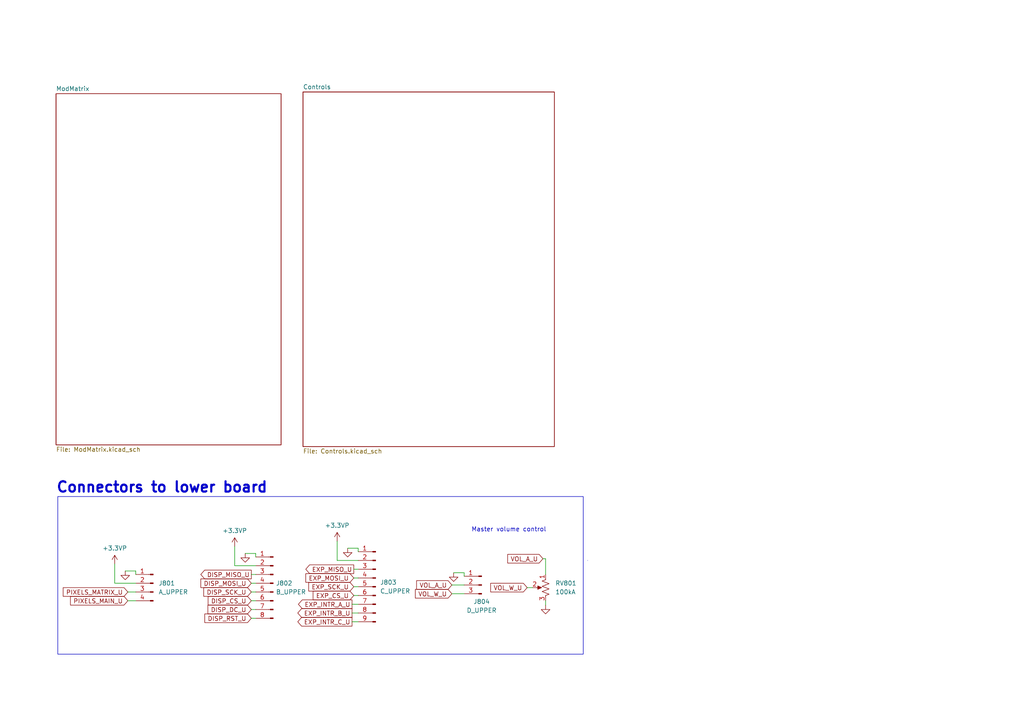
<source format=kicad_sch>
(kicad_sch (version 20231120) (generator "eeschema") (generator_version "8.0")
  (paper "A4")
  (lib_symbols
    (symbol "Connector:Conn_01x03_Pin" (pin_names (offset 1.016) hide)
      (property "Reference" "J" (at 0 5.08 0))
      (property "Value" "Conn_01x03_Pin" (at 0 -5.08 0))
      (symbol "Conn_01x03_Pin_1_1"
        (polyline (pts (xy 1.27 -2.54) (xy 0.8636 -2.54)) (stroke (width 0.1524)))
        (polyline (pts (xy 1.27 0) (xy 0.8636 0)) (stroke (width 0.1524)))
        (polyline (pts (xy 1.27 2.54) (xy 0.8636 2.54)) (stroke (width 0.1524)))
        (rectangle (start 0.8636 -2.413) (end 0 -2.667) (stroke (width 0.1524)) (fill (type outline)))
        (rectangle (start 0.8636 0.127) (end 0 -0.127) (stroke (width 0.1524)) (fill (type outline)))
        (rectangle (start 0.8636 2.667) (end 0 2.413) (stroke (width 0.1524)) (fill (type outline)))
        (pin passive line (at 5.08 2.54 180) (length 3.81) (name "Pin_1") (number "1"))
        (pin passive line (at 5.08 0 180) (length 3.81) (name "Pin_2") (number "2"))
        (pin passive line (at 5.08 -2.54 180) (length 3.81) (name "Pin_3") (number "3"))
      )
    )
    (symbol "Connector:Conn_01x04_Pin" (pin_names (offset 1.016) hide)
      (property "Reference" "J" (at 0 5.08 0))
      (property "Value" "Conn_01x04_Pin" (at 0 -7.62 0))
      (symbol "Conn_01x04_Pin_1_1"
        (polyline (pts (xy 1.27 -5.08) (xy 0.8636 -5.08)) (stroke (width 0.1524)))
        (polyline (pts (xy 1.27 -2.54) (xy 0.8636 -2.54)) (stroke (width 0.1524)))
        (polyline (pts (xy 1.27 0) (xy 0.8636 0)) (stroke (width 0.1524)))
        (polyline (pts (xy 1.27 2.54) (xy 0.8636 2.54)) (stroke (width 0.1524)))
        (rectangle (start 0.8636 -4.953) (end 0 -5.207) (stroke (width 0.1524)) (fill (type outline)))
        (rectangle (start 0.8636 -2.413) (end 0 -2.667) (stroke (width 0.1524)) (fill (type outline)))
        (rectangle (start 0.8636 0.127) (end 0 -0.127) (stroke (width 0.1524)) (fill (type outline)))
        (rectangle (start 0.8636 2.667) (end 0 2.413) (stroke (width 0.1524)) (fill (type outline)))
        (pin passive line (at 5.08 2.54 180) (length 3.81) (name "Pin_1") (number "1"))
        (pin passive line (at 5.08 0 180) (length 3.81) (name "Pin_2") (number "2"))
        (pin passive line (at 5.08 -2.54 180) (length 3.81) (name "Pin_3") (number "3"))
        (pin passive line (at 5.08 -5.08 180) (length 3.81) (name "Pin_4") (number "4"))
      )
    )
    (symbol "Connector:Conn_01x08_Pin" (pin_names (offset 1.016) hide)
      (property "Reference" "J" (at 0 10.16 0))
      (property "Value" "Conn_01x08_Pin" (at 0 -12.7 0))
      (symbol "Conn_01x08_Pin_1_1"
        (polyline (pts (xy 1.27 -10.16) (xy 0.8636 -10.16)) (stroke (width 0.1524)))
        (polyline (pts (xy 1.27 -7.62) (xy 0.8636 -7.62)) (stroke (width 0.1524)))
        (polyline (pts (xy 1.27 -5.08) (xy 0.8636 -5.08)) (stroke (width 0.1524)))
        (polyline (pts (xy 1.27 -2.54) (xy 0.8636 -2.54)) (stroke (width 0.1524)))
        (polyline (pts (xy 1.27 0) (xy 0.8636 0)) (stroke (width 0.1524)))
        (polyline (pts (xy 1.27 2.54) (xy 0.8636 2.54)) (stroke (width 0.1524)))
        (polyline (pts (xy 1.27 5.08) (xy 0.8636 5.08)) (stroke (width 0.1524)))
        (polyline (pts (xy 1.27 7.62) (xy 0.8636 7.62)) (stroke (width 0.1524)))
        (rectangle (start 0.8636 -10.033) (end 0 -10.287) (stroke (width 0.1524)) (fill (type outline)))
        (rectangle (start 0.8636 -7.493) (end 0 -7.747) (stroke (width 0.1524)) (fill (type outline)))
        (rectangle (start 0.8636 -4.953) (end 0 -5.207) (stroke (width 0.1524)) (fill (type outline)))
        (rectangle (start 0.8636 -2.413) (end 0 -2.667) (stroke (width 0.1524)) (fill (type outline)))
        (rectangle (start 0.8636 0.127) (end 0 -0.127) (stroke (width 0.1524)) (fill (type outline)))
        (rectangle (start 0.8636 2.667) (end 0 2.413) (stroke (width 0.1524)) (fill (type outline)))
        (rectangle (start 0.8636 5.207) (end 0 4.953) (stroke (width 0.1524)) (fill (type outline)))
        (rectangle (start 0.8636 7.747) (end 0 7.493) (stroke (width 0.1524)) (fill (type outline)))
        (pin passive line (at 5.08 7.62 180) (length 3.81) (name "Pin_1") (number "1"))
        (pin passive line (at 5.08 5.08 180) (length 3.81) (name "Pin_2") (number "2"))
        (pin passive line (at 5.08 2.54 180) (length 3.81) (name "Pin_3") (number "3"))
        (pin passive line (at 5.08 0 180) (length 3.81) (name "Pin_4") (number "4"))
        (pin passive line (at 5.08 -2.54 180) (length 3.81) (name "Pin_5") (number "5"))
        (pin passive line (at 5.08 -5.08 180) (length 3.81) (name "Pin_6") (number "6"))
        (pin passive line (at 5.08 -7.62 180) (length 3.81) (name "Pin_7") (number "7"))
        (pin passive line (at 5.08 -10.16 180) (length 3.81) (name "Pin_8") (number "8"))
      )
    )
    (symbol "Connector:Conn_01x09_Pin" (pin_names (offset 1.016) hide)
      (property "Reference" "J" (at 0 12.7 0))
      (property "Value" "Conn_01x09_Pin" (at 0 -12.7 0))
      (symbol "Conn_01x09_Pin_1_1"
        (polyline (pts (xy 1.27 -10.16) (xy 0.8636 -10.16)) (stroke (width 0.1524)))
        (polyline (pts (xy 1.27 -7.62) (xy 0.8636 -7.62)) (stroke (width 0.1524)))
        (polyline (pts (xy 1.27 -5.08) (xy 0.8636 -5.08)) (stroke (width 0.1524)))
        (polyline (pts (xy 1.27 -2.54) (xy 0.8636 -2.54)) (stroke (width 0.1524)))
        (polyline (pts (xy 1.27 0) (xy 0.8636 0)) (stroke (width 0.1524)))
        (polyline (pts (xy 1.27 2.54) (xy 0.8636 2.54)) (stroke (width 0.1524)))
        (polyline (pts (xy 1.27 5.08) (xy 0.8636 5.08)) (stroke (width 0.1524)))
        (polyline (pts (xy 1.27 7.62) (xy 0.8636 7.62)) (stroke (width 0.1524)))
        (polyline (pts (xy 1.27 10.16) (xy 0.8636 10.16)) (stroke (width 0.1524)))
        (rectangle (start 0.8636 -10.033) (end 0 -10.287) (stroke (width 0.1524)) (fill (type outline)))
        (rectangle (start 0.8636 -7.493) (end 0 -7.747) (stroke (width 0.1524)) (fill (type outline)))
        (rectangle (start 0.8636 -4.953) (end 0 -5.207) (stroke (width 0.1524)) (fill (type outline)))
        (rectangle (start 0.8636 -2.413) (end 0 -2.667) (stroke (width 0.1524)) (fill (type outline)))
        (rectangle (start 0.8636 0.127) (end 0 -0.127) (stroke (width 0.1524)) (fill (type outline)))
        (rectangle (start 0.8636 2.667) (end 0 2.413) (stroke (width 0.1524)) (fill (type outline)))
        (rectangle (start 0.8636 5.207) (end 0 4.953) (stroke (width 0.1524)) (fill (type outline)))
        (rectangle (start 0.8636 7.747) (end 0 7.493) (stroke (width 0.1524)) (fill (type outline)))
        (rectangle (start 0.8636 10.287) (end 0 10.033) (stroke (width 0.1524)) (fill (type outline)))
        (pin passive line (at 5.08 10.16 180) (length 3.81) (name "Pin_1") (number "1"))
        (pin passive line (at 5.08 7.62 180) (length 3.81) (name "Pin_2") (number "2"))
        (pin passive line (at 5.08 5.08 180) (length 3.81) (name "Pin_3") (number "3"))
        (pin passive line (at 5.08 2.54 180) (length 3.81) (name "Pin_4") (number "4"))
        (pin passive line (at 5.08 0 180) (length 3.81) (name "Pin_5") (number "5"))
        (pin passive line (at 5.08 -2.54 180) (length 3.81) (name "Pin_6") (number "6"))
        (pin passive line (at 5.08 -5.08 180) (length 3.81) (name "Pin_7") (number "7"))
        (pin passive line (at 5.08 -7.62 180) (length 3.81) (name "Pin_8") (number "8"))
        (pin passive line (at 5.08 -10.16 180) (length 3.81) (name "Pin_9") (number "9"))
      )
    )
    (symbol "Device:R_Potentiometer_US" (pin_names (offset 1.016) hide)
      (property "Reference" "RV" (at -4.445 0 90))
      (property "Value" "R_Potentiometer_US" (at -2.54 0 90))
      (symbol "R_Potentiometer_US_0_1"
        (polyline (pts (xy 0 -2.286) (xy 0 -2.54)))
        (polyline (pts (xy 0 2.54) (xy 0 2.286)))
        (polyline (pts (xy 2.54 0) (xy 1.524 0)))
        (polyline (pts (xy 1.143 0) (xy 2.286 0.508) (xy 2.286 -0.508) (xy 1.143 0)) (fill (type outline)))
        (polyline (pts (xy 0 -0.762) (xy 1.016 -1.143) (xy 0 -1.524) (xy -1.016 -1.905) (xy 0 -2.286)))
        (polyline (pts (xy 0 0.762) (xy 1.016 0.381) (xy 0 0) (xy -1.016 -0.381) (xy 0 -0.762)))
        (polyline (pts (xy 0 2.286) (xy 1.016 1.905) (xy 0 1.524) (xy -1.016 1.143) (xy 0 0.762)))
      )
      (symbol "R_Potentiometer_US_1_1"
        (pin passive line (at 0 3.81 270) (length 1.27) (name "1") (number "1"))
        (pin passive line (at 3.81 0 180) (length 1.27) (name "2") (number "2"))
        (pin passive line (at 0 -3.81 90) (length 1.27) (name "3") (number "3"))
      )
    )
    (symbol "power:+3.3VP" (power) (pin_numbers hide) (pin_names (offset 0) hide)
      (property "Value" "+3.3VP" (at 0 3.556 0))
      (symbol "+3.3VP_0_0"
        (pin power_in line (at 0 0 90) (length 0) (name "~") (number "1"))
      )
      (symbol "+3.3VP_0_1"
        (polyline (pts (xy -0.762 1.27) (xy 0 2.54)))
        (polyline (pts (xy 0 0) (xy 0 2.54)))
        (polyline (pts (xy 0 2.54) (xy 0.762 1.27)))
      )
    )
    (symbol "power:GND" (power) (pin_names (offset 0))
      (symbol "GND_0_1"
        (polyline (pts (xy 0 0) (xy 0 -1.27) (xy 1.27 -1.27) (xy 0 -2.54) (xy -1.27 -1.27) (xy 0 -1.27)))
      )
      (symbol "GND_1_1"
        (pin power_in line (at 0 0 270) (length 0) hide (name "GND") (number "1"))
      )
    )
  )
  (wire (pts (xy 102.616 170.18) (xy 103.886 170.18)))
  (wire (pts (xy 97.79 162.56) (xy 103.886 162.56)))
  (wire (pts (xy 72.898 174.244) (xy 74.168 174.244)))
  (wire (pts (xy 68.072 164.084) (xy 74.168 164.084)))
  (wire (pts (xy 74.168 160.528) (xy 71.12 160.528)))
  (wire (pts (xy 134.62 167.132) (xy 134.62 166.116)))
  (wire (pts (xy 72.898 171.704) (xy 74.168 171.704)))
  (wire (pts (xy 102.616 165.1) (xy 103.886 165.1)))
  (wire (pts (xy 158.242 174.244) (xy 158.242 175.514)))
  (wire (pts (xy 72.898 179.324) (xy 74.168 179.324)))
  (wire (pts (xy 102.616 172.72) (xy 103.886 172.72)))
  (wire (pts (xy 72.898 166.624) (xy 74.168 166.624)))
  (wire (pts (xy 68.072 158.496) (xy 68.072 164.084)))
  (wire (pts (xy 131.064 169.672) (xy 134.62 169.672)))
  (wire (pts (xy 72.898 176.784) (xy 74.168 176.784)))
  (wire (pts (xy 102.108 175.26) (xy 103.886 175.26)))
  (wire (pts (xy 152.908 170.434) (xy 154.432 170.434)))
  (wire (pts (xy 102.108 180.34) (xy 103.886 180.34)))
  (wire (pts (xy 103.886 160.02) (xy 103.886 159.004)))
  (wire (pts (xy 39.37 165.608) (xy 36.322 165.608)))
  (wire (pts (xy 33.274 169.164) (xy 39.37 169.164)))
  (wire (pts (xy 33.274 163.576) (xy 33.274 169.164)))
  (wire (pts (xy 72.898 169.164) (xy 74.168 169.164)))
  (wire (pts (xy 157.48 162.052) (xy 158.242 162.052)))
  (wire (pts (xy 39.37 166.624) (xy 39.37 165.608)))
  (wire (pts (xy 131.064 172.212) (xy 134.62 172.212)))
  (wire (pts (xy 74.168 161.544) (xy 74.168 160.528)))
  (wire (pts (xy 102.108 177.8) (xy 103.886 177.8)))
  (wire (pts (xy 103.886 159.004) (xy 100.838 159.004)))
  (wire (pts (xy 97.79 156.972) (xy 97.79 162.56)))
  (wire (pts (xy 158.242 162.052) (xy 158.242 166.624)))
  (wire (pts (xy 37.084 174.244) (xy 39.37 174.244)))
  (wire (pts (xy 134.62 166.116) (xy 131.572 166.116)))
  (wire (pts (xy 102.616 167.64) (xy 103.886 167.64)))
  (wire (pts (xy 37.084 171.704) (xy 39.37 171.704)))
  (rectangle (start 170.434 162.56) (end 170.434 162.56))
  (rectangle (start 16.764 144.018) (end 169.164 189.738))
  (text "Master volume control" (at 158.496 154.432 0) (effects (font (size 1.27 1.27)) (justify right bottom)))
  (text "Connectors to lower board" (at 46.99 141.478 0) (effects (font (size 3 3) (thickness 0.6) (bold yes))))
  (global_label "VOL_W_U" (shape input) (at 131.064 172.212 180) (property "Intersheetrefs" "${INTERSHEET_REFS}" (effects (hide yes))))
  (global_label "EXP_MOSI_U" (shape input) (at 102.616 167.64 180) (property "Intersheetrefs" "${INTERSHEET_REFS}" (effects (hide yes))))
  (global_label "PIXELS_MATRIX_U" (shape input) (at 37.084 171.704 180) (property "Intersheetrefs" "${INTERSHEET_REFS}" (effects (hide yes))))
  (global_label "EXP_INTR_C_U" (shape output) (at 102.108 180.34 180) (property "Intersheetrefs" "${INTERSHEET_REFS}" (effects (hide yes))))
  (global_label "DISP_DC_U" (shape input) (at 72.898 176.784 180) (property "Intersheetrefs" "${INTERSHEET_REFS}" (effects (hide yes))))
  (global_label "EXP_INTR_A_U" (shape output) (at 102.108 175.26 180) (property "Intersheetrefs" "${INTERSHEET_REFS}" (effects (hide yes))))
  (global_label "DISP_MOSI_U" (shape input) (at 72.898 169.164 180) (property "Intersheetrefs" "${INTERSHEET_REFS}" (effects (hide yes))))
  (global_label "VOL_W_U" (shape input) (at 152.908 170.434 180) (property "Intersheetrefs" "${INTERSHEET_REFS}" (effects (hide yes))))
  (global_label "DISP_MISO_U" (shape output) (at 72.898 166.624 180) (property "Intersheetrefs" "${INTERSHEET_REFS}" (effects (hide yes))))
  (global_label "EXP_MISO_U" (shape output) (at 102.616 165.1 180) (property "Intersheetrefs" "${INTERSHEET_REFS}" (effects (hide yes))))
  (global_label "EXP_CS_U" (shape input) (at 102.616 172.72 180) (property "Intersheetrefs" "${INTERSHEET_REFS}" (effects (hide yes))))
  (global_label "EXP_SCK_U" (shape input) (at 102.616 170.18 180) (property "Intersheetrefs" "${INTERSHEET_REFS}" (effects (hide yes))))
  (global_label "DISP_CS_U" (shape input) (at 72.898 174.244 180) (property "Intersheetrefs" "${INTERSHEET_REFS}" (effects (hide yes))))
  (global_label "VOL_A_U" (shape input) (at 157.48 162.052 180) (property "Intersheetrefs" "${INTERSHEET_REFS}" (effects (hide yes))))
  (global_label "DISP_RST_U" (shape input) (at 72.898 179.324 180) (property "Intersheetrefs" "${INTERSHEET_REFS}" (effects (hide yes))))
  (global_label "EXP_INTR_B_U" (shape output) (at 102.108 177.8 180) (property "Intersheetrefs" "${INTERSHEET_REFS}" (effects (hide yes))))
  (global_label "DISP_SCK_U" (shape input) (at 72.898 171.704 180) (property "Intersheetrefs" "${INTERSHEET_REFS}" (effects (hide yes))))
  (global_label "VOL_A_U" (shape input) (at 131.064 169.672 180) (property "Intersheetrefs" "${INTERSHEET_REFS}" (effects (hide yes))))
  (global_label "PIXELS_MAIN_U" (shape input) (at 37.084 174.244 180) (property "Intersheetrefs" "${INTERSHEET_REFS}" (effects (hide yes))))
  (symbol (lib_id "power:+3.3VP") (at 97.79 156.972 0) (unit 1)
    (property "Reference" "#PWR0818" (effects (hide yes)))
    (property "Value" "+3.3VP" (at 97.79 152.4 0))
    (property "Description" "Power symbol creates a global label with name \"+3.3VP\"" (effects (hide yes)))
  )
  (symbol (lib_id "Connector:Conn_01x09_Pin") (at 108.966 170.18 0) (mirror y) (unit 1)
    (property "Reference" "J803" (at 110.236 168.9099 0) (effects (justify right)))
    (property "Value" "C_UPPER" (at 110.236 171.4499 0) (effects (justify right)))
    (property "Footprint" "Connector_PinSocket_2.54mm:PinSocket_1x09_P2.54mm_Vertical" (effects (hide yes)))
    (property "Description" "Generic connector, single row, 01x09, script generated" (effects (hide yes)))
  )
  (symbol (lib_id "power:GND") (at 71.12 160.528 0) (unit 1)
    (property "Reference" "#PWR0817" (effects (hide yes)))
    (property "Value" "GNDA" (effects (hide yes)))
  )
  (symbol (lib_id "Connector:Conn_01x03_Pin") (at 139.7 169.672 0) (mirror y) (unit 1)
    (property "Reference" "J804" (at 139.7 174.498 0))
    (property "Value" "D_UPPER" (at 139.7 177.038 0))
    (property "Footprint" "Connector_PinSocket_2.54mm:PinSocket_1x03_P2.54mm_Vertical" (effects (hide yes)))
    (property "Description" "Generic connector, single row, 01x03, script generated" (effects (hide yes)))
  )
  (symbol (lib_id "power:GND") (at 36.322 165.608 0) (unit 1)
    (property "Reference" "#PWR0815" (effects (hide yes)))
    (property "Value" "GNDA" (effects (hide yes)))
  )
  (symbol (lib_id "power:GND") (at 100.838 159.004 0) (unit 1)
    (property "Reference" "#PWR0819" (effects (hide yes)))
    (property "Value" "GNDA" (effects (hide yes)))
  )
  (symbol (lib_id "power:+3.3VP") (at 68.072 158.496 0) (unit 1)
    (property "Reference" "#PWR0816" (effects (hide yes)))
    (property "Value" "+3.3VP" (at 68.072 153.924 0))
    (property "Description" "Power symbol creates a global label with name \"+3.3VP\"" (effects (hide yes)))
  )
  (symbol (lib_id "Connector:Conn_01x08_Pin") (at 79.248 169.164 0) (mirror y) (unit 1)
    (property "Reference" "J802" (at 80.01 169.1639 0) (effects (justify right)))
    (property "Value" "B_UPPER" (at 80.01 171.7039 0) (effects (justify right)))
    (property "Footprint" "Connector_PinHeader_2.54mm:PinHeader_1x08_P2.54mm_Vertical" (effects (hide yes)))
    (property "Description" "Generic connector, single row, 01x08, script generated" (effects (hide yes)))
  )
  (symbol (lib_id "power:+3.3VP") (at 33.274 163.576 0) (unit 1)
    (property "Reference" "#PWR0814" (effects (hide yes)))
    (property "Value" "+3.3VP" (at 33.274 159.004 0))
    (property "Description" "Power symbol creates a global label with name \"+3.3VP\"" (effects (hide yes)))
  )
  (symbol (lib_id "Device:R_Potentiometer_US") (at 158.242 170.434 0) (mirror y) (unit 1)
    (property "Reference" "RV801" (at 161.036 169.164 0) (effects (justify right)))
    (property "Value" "100kA" (at 161.036 171.704 0) (effects (justify right)))
    (property "Footprint" "Potentiometer_THT:Potentiometer_Bourns_PTV09A-1_Single_Vertical" (effects (hide yes)))
  )
  (symbol (lib_id "power:GND") (at 131.572 166.116 0) (unit 1)
    (property "Reference" "#PWR0821" (effects (hide yes)))
    (property "Value" "GNDA" (effects (hide yes)))
  )
  (symbol (lib_id "Connector:Conn_01x04_Pin") (at 44.45 169.164 0) (mirror y) (unit 1)
    (property "Reference" "J801" (at 45.974 169.1639 0) (effects (justify right)))
    (property "Value" "A_UPPER" (at 45.974 171.7039 0) (effects (justify right)))
    (property "Footprint" "Connector_PinSocket_2.54mm:PinSocket_1x04_P2.54mm_Vertical" (effects (hide yes)))
    (property "Description" "Generic connector, single row, 01x04, script generated" (effects (hide yes)))
  )
  (symbol (lib_id "power:GND") (at 158.242 175.514 0) (unit 1)
    (property "Reference" "#PWR0820" (effects (hide yes)))
    (property "Value" "GNDA" (effects (hide yes)))
  )
  (sheet (at 16.256 27.178) (size 65.278 101.854) (stroke (width 0.1524))
    (property "Sheetname" "ModMatrix" (at 16.256 26.4664 0) (effects (justify left bottom)))
    (property "Sheetfile" "ModMatrix.kicad_sch" (at 16.256 129.6166 0) (effects (justify left top)))
  )
  (sheet (at 87.884 26.67) (size 72.898 102.87) (stroke (width 0.1524))
    (property "Sheetname" "Controls" (at 87.884 25.9584 0) (effects (justify left bottom)))
    (property "Sheetfile" "Controls.kicad_sch" (at 87.884 130.1246 0) (effects (justify left top)))
  )
)
</source>
